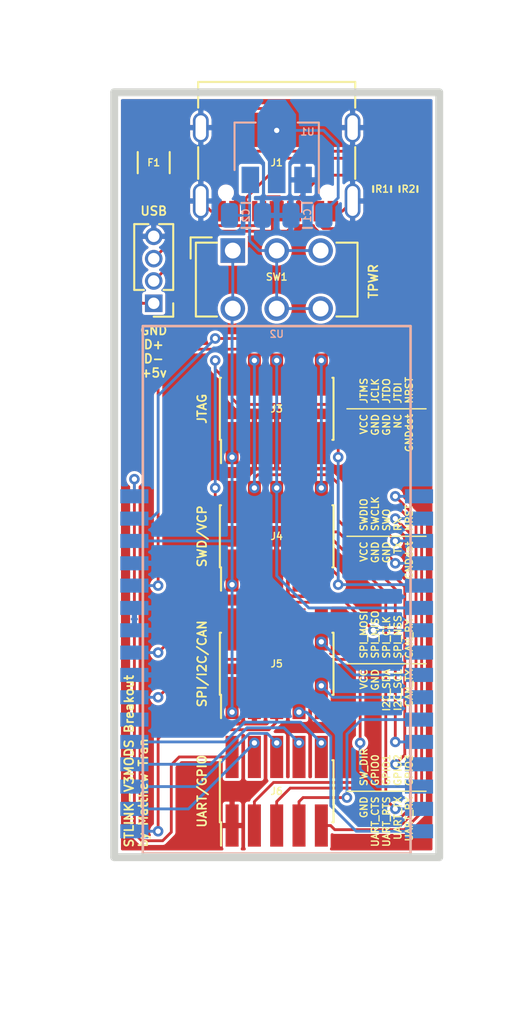
<source format=kicad_pcb>
(kicad_pcb (version 20211014) (generator pcbnew)
  (layers (0 "F.Cu" signal) (31 "B.Cu" signal) (34 "B.Paste" user) (35 "F.Paste" user) (36 "B.SilkS" user "B.Silkscreen") (37 "F.SilkS" user "F.Silkscreen") (38 "B.Mask" user) (39 "F.Mask" user) (44 "Edge.Cuts" user))
  (net 0 "")
  (net 1 "+5V")
  (net 2 "GND")
  (net 3 "+3V3")
  (net 4 "Net-(F1-Pad2)")
  (net 5 "Net-(J1-PadB5)")
  (net 6 "Net-(J1-PadA6)")
  (net 7 "Net-(J1-PadA8)")
  (net 8 "Net-(J1-PadA5)")
  (net 9 "Net-(J1-PadB8)")
  (net 10 "Net-(J1-PadA7)")
  (net 11 "/T_NRST")
  (net 12 "/GNDDetect")
  (net 13 "/T_JTDI")
  (net 14 "Net-(J3-Pad7)")
  (net 15 "/T_JTDO_SWO")
  (net 16 "/T_JCLK_SWCLK")
  (net 17 "/T_JTMS_SWDIO")
  (net 18 "/T_VCC")
  (net 19 "/T_VCP_TX_(RX)")
  (net 20 "/T_VCP_RX_(TX)")
  (net 21 "/B_CAN_RX")
  (net 22 "/B_CAN_TX")
  (net 23 "/B_SPI_NSS")
  (net 24 "/B_I2C_SCL")
  (net 25 "/B_SPI_CLK")
  (net 26 "/B_I2C_SDA")
  (net 27 "/B_SPI_MISO")
  (net 28 "/B_SPI_MOSI")
  (net 29 "/B_GPIO3")
  (net 30 "/B_UART_RX")
  (net 31 "/B_GPIO2")
  (net 32 "/B_UART_TX")
  (net 33 "/B_GPIO1")
  (net 34 "/B_UART_RTS")
  (net 35 "/B_GPIO0")
  (net 36 "/B_UART_CTS")
  (net 37 "/T_SW_DIR")
  (net 38 "Net-(U2-Pad22)")
  (footprint "Connector_PinHeader_1.27mm:PinHeader_2x05_P1.27mm_Vertical_SMD" (layer "F.Cu") (at 150 112.75 90)
    (fp_text reference "J4" (at 0 0 180) (layer "F.SilkS") (effects (font (size 0.4 0.4) (thickness 0.08))))
    (fp_text value "SWD/VCP")
    (pad "1" smd rect locked (at -1.95 -2.54 90) (size 2.4 0.74) (layers "F.Cu" "F.Paste" "F.Mask") (net 18 "/T_VCC"))
    (pad "2" smd rect locked (at 1.95 -2.54 90) (size 2.4 0.74) (layers "F.Cu" "F.Paste" "F.Mask") (net 17 "/T_JTMS_SWDIO"))
    (pad "3" smd rect locked (at -1.95 -1.27 90) (size 2.4 0.74) (layers "F.Cu" "F.Paste" "F.Mask") (net 2 "GND"))
    (pad "4" smd rect locked (at 1.95 -1.27 90) (size 2.4 0.74) (layers "F.Cu" "F.Paste" "F.Mask") (net 16 "/T_JCLK_SWCLK"))
    (pad "5" smd rect locked (at -1.95 0 90) (size 2.4 0.74) (layers "F.Cu" "F.Paste" "F.Mask") (net 2 "GND"))
    (pad "6" smd rect locked (at 1.95 0 90) (size 2.4 0.74) (layers "F.Cu" "F.Paste" "F.Mask") (net 15 "/T_JTDO_SWO"))
    (pad "7" smd rect locked (at -1.95 1.27 90) (size 2.4 0.74) (layers "F.Cu" "F.Paste" "F.Mask") (net 20 "/T_VCP_RX_(TX)"))
    (pad "8" smd rect locked (at 1.95 1.27 90) (size 2.4 0.74) (layers "F.Cu" "F.Paste" "F.Mask") (net 19 "/T_VCP_TX_(RX)"))
    (pad "9" smd rect locked (at -1.95 2.54 90) (size 2.4 0.74) (layers "F.Cu" "F.Paste" "F.Mask") (net 12 "/GNDDetect"))
    (pad "10" smd rect locked (at 1.95 2.54 90) (size 2.4 0.74) (layers "F.Cu" "F.Paste" "F.Mask") (net 11 "/T_NRST"))
  )
  (footprint "Connector_PinHeader_1.27mm:PinHeader_2x05_P1.27mm_Vertical_SMD" (layer "F.Cu") (at 150 127.25 90)
    (fp_text reference "J6" (at 0 0 180) (layer "F.SilkS") (effects (font (size 0.4 0.4) (thickness 0.08))))
    (fp_text value "UART/GPIO")
    (pad "1" smd rect locked (at -1.95 -2.54 90) (size 2.4 0.74) (layers "F.Cu" "F.Paste" "F.Mask") (net 2 "GND"))
    (pad "2" smd rect locked (at 1.95 -2.54 90) (size 2.4 0.74) (layers "F.Cu" "F.Paste" "F.Mask") (net 37 "/T_SW_DIR"))
    (pad "3" smd rect locked (at -1.95 -1.27 90) (size 2.4 0.74) (layers "F.Cu" "F.Paste" "F.Mask") (net 36 "/B_UART_CTS"))
    (pad "4" smd rect locked (at 1.95 -1.27 90) (size 2.4 0.74) (layers "F.Cu" "F.Paste" "F.Mask") (net 35 "/B_GPIO0"))
    (pad "5" smd rect locked (at -1.95 0 90) (size 2.4 0.74) (layers "F.Cu" "F.Paste" "F.Mask") (net 34 "/B_UART_RTS"))
    (pad "6" smd rect locked (at 1.95 0 90) (size 2.4 0.74) (layers "F.Cu" "F.Paste" "F.Mask") (net 33 "/B_GPIO1"))
    (pad "7" smd rect locked (at -1.95 1.27 90) (size 2.4 0.74) (layers "F.Cu" "F.Paste" "F.Mask") (net 32 "/B_UART_TX"))
    (pad "8" smd rect locked (at 1.95 1.27 90) (size 2.4 0.74) (layers "F.Cu" "F.Paste" "F.Mask") (net 31 "/B_GPIO2"))
    (pad "9" smd rect locked (at -1.95 2.54 90) (size 2.4 0.74) (layers "F.Cu" "F.Paste" "F.Mask") (net 30 "/B_UART_RX"))
    (pad "10" smd rect locked (at 1.95 2.54 90) (size 2.4 0.74) (layers "F.Cu" "F.Paste" "F.Mask") (net 29 "/B_GPIO3"))
  )
  (footprint "Connector_PinHeader_1.27mm:PinHeader_2x05_P1.27mm_Vertical_SMD" (layer "F.Cu") (at 150 120 90)
    (fp_text reference "J5" (at 0 0 180) (layer "F.SilkS") (effects (font (size 0.4 0.4) (thickness 0.08))))
    (fp_text value "SPI/I2C/CAN")
    (pad "1" smd rect locked (at -1.95 -2.54 90) (size 2.4 0.74) (layers "F.Cu" "F.Paste" "F.Mask") (net 18 "/T_VCC"))
    (pad "2" smd rect locked (at 1.95 -2.54 90) (size 2.4 0.74) (layers "F.Cu" "F.Paste" "F.Mask") (net 28 "/B_SPI_MOSI"))
    (pad "3" smd rect locked (at -1.95 -1.27 90) (size 2.4 0.74) (layers "F.Cu" "F.Paste" "F.Mask") (net 2 "GND"))
    (pad "4" smd rect locked (at 1.95 -1.27 90) (size 2.4 0.74) (layers "F.Cu" "F.Paste" "F.Mask") (net 27 "/B_SPI_MISO"))
    (pad "5" smd rect locked (at -1.95 0 90) (size 2.4 0.74) (layers "F.Cu" "F.Paste" "F.Mask") (net 26 "/B_I2C_SDA"))
    (pad "6" smd rect locked (at 1.95 0 90) (size 2.4 0.74) (layers "F.Cu" "F.Paste" "F.Mask") (net 25 "/B_SPI_CLK"))
    (pad "7" smd rect locked (at -1.95 1.27 90) (size 2.4 0.74) (layers "F.Cu" "F.Paste" "F.Mask") (net 24 "/B_I2C_SCL"))
    (pad "8" smd rect locked (at 1.95 1.27 90) (size 2.4 0.74) (layers "F.Cu" "F.Paste" "F.Mask") (net 23 "/B_SPI_NSS"))
    (pad "9" smd rect locked (at -1.95 2.54 90) (size 2.4 0.74) (layers "F.Cu" "F.Paste" "F.Mask") (net 22 "/B_CAN_TX"))
    (pad "10" smd rect locked (at 1.95 2.54 90) (size 2.4 0.74) (layers "F.Cu" "F.Paste" "F.Mask") (net 21 "/B_CAN_RX"))
  )
  (footprint "Button_Switch_THT:SW_CuK_JS202011CQN_DPDT_Straight" (layer "F.Cu") (at 147.5 96.5)
    (fp_text reference "SW1" (at 2.5 1.5) (layer "F.SilkS") (effects (font (size 0.4 0.4) (thickness 0.08))))
    (fp_text value "SW_DPDT_x2")
    (pad "1" thru_hole rect locked (at 0 0) (size 1.4 1.4) (drill 0.9) (layers *.Cu *.Mask) (net 18 "/T_VCC"))
    (pad "2" thru_hole circle locked (at 2.5 0) (size 1.4 1.4) (drill 0.9) (layers *.Cu *.Mask) (net 3 "+3V3"))
    (pad "3" thru_hole circle locked (at 5 0) (size 1.4 1.4) (drill 0.9) (layers *.Cu *.Mask) (net 3 "+3V3"))
    (pad "4" thru_hole circle locked (at 0 3.3) (size 1.4 1.4) (drill 0.9) (layers *.Cu *.Mask) (net 18 "/T_VCC"))
    (pad "5" thru_hole circle locked (at 2.5 3.3) (size 1.4 1.4) (drill 0.9) (layers *.Cu *.Mask) (net 3 "+3V3"))
    (pad "6" thru_hole circle locked (at 5 3.3) (size 1.4 1.4) (drill 0.9) (layers *.Cu *.Mask) (net 3 "+3V3"))
  )
  (footprint "Fuse:Fuse_1206_3216Metric" (layer "F.Cu") (at 143 91.5 90)
    (fp_text reference "F1" (at 0 0 180) (layer "F.SilkS") (effects (font (size 0.4 0.4) (thickness 0.08))))
    (fp_text value "500mA")
    (pad "1" smd roundrect locked (at -1.4 0 90) (size 1.25 1.75) (layers "F.Cu" "F.Paste" "F.Mask") (roundrect_rratio 0.2) (net 1 "+5V"))
    (pad "2" smd roundrect locked (at 1.4 0 90) (size 1.25 1.75) (layers "F.Cu" "F.Paste" "F.Mask") (roundrect_rratio 0.2) (net 4 "Net-(F1-Pad2)"))
  )
  (footprint "Resistor_SMD:R_0603_1608Metric" (layer "F.Cu") (at 156 93 90)
    (fp_text reference "R1" (at 0 0) (layer "F.SilkS") (effects (font (size 0.4 0.4) (thickness 0.08))))
    (fp_text value "5.1k")
    (pad "1" smd roundrect locked (at -0.7875 0 90) (size 0.875 0.95) (layers "F.Cu" "F.Paste" "F.Mask") (net 2 "GND"))
    (pad "2" smd roundrect locked (at 0.7875 0 90) (size 0.875 0.95) (layers "F.Cu" "F.Paste" "F.Mask") (net 8 "Net-(J1-PadA5)"))
  )
  (footprint "Resistor_SMD:R_0603_1608Metric" (layer "F.Cu") (at 157.5 93 90)
    (fp_text reference "R2" (at 0 0 180) (layer "F.SilkS") (effects (font (size 0.4 0.4) (thickness 0.08))))
    (fp_text value "5.1k")
    (pad "1" smd roundrect locked (at -0.7875 0 90) (size 0.875 0.95) (layers "F.Cu" "F.Paste" "F.Mask") (net 2 "GND"))
    (pad "2" smd roundrect locked (at 0.7875 0 90) (size 0.875 0.95) (layers "F.Cu" "F.Paste" "F.Mask") (net 5 "Net-(J1-PadB5)"))
  )
  (footprint "Connector_PinHeader_1.27mm:PinHeader_2x05_P1.27mm_Vertical_SMD" (layer "F.Cu") (at 150 105.5 90)
    (fp_text reference "J3" (at 0 0 180) (layer "F.SilkS") (effects (font (size 0.4 0.4) (thickness 0.08))))
    (fp_text value "JTAG")
    (pad "1" smd rect locked (at -1.95 -2.54 90) (size 2.4 0.74) (layers "F.Cu" "F.Paste" "F.Mask") (net 18 "/T_VCC"))
    (pad "2" smd rect locked (at 1.95 -2.54 90) (size 2.4 0.74) (layers "F.Cu" "F.Paste" "F.Mask") (net 17 "/T_JTMS_SWDIO"))
    (pad "3" smd rect locked (at -1.95 -1.27 90) (size 2.4 0.74) (layers "F.Cu" "F.Paste" "F.Mask") (net 2 "GND"))
    (pad "4" smd rect locked (at 1.95 -1.27 90) (size 2.4 0.74) (layers "F.Cu" "F.Paste" "F.Mask") (net 16 "/T_JCLK_SWCLK"))
    (pad "5" smd rect locked (at -1.95 0 90) (size 2.4 0.74) (layers "F.Cu" "F.Paste" "F.Mask") (net 2 "GND"))
    (pad "6" smd rect locked (at 1.95 0 90) (size 2.4 0.74) (layers "F.Cu" "F.Paste" "F.Mask") (net 15 "/T_JTDO_SWO"))
    (pad "7" smd rect locked (at -1.95 1.27 90) (size 2.4 0.74) (layers "F.Cu" "F.Paste" "F.Mask") (net 14 "Net-(J3-Pad7)"))
    (pad "8" smd rect locked (at 1.95 1.27 90) (size 2.4 0.74) (layers "F.Cu" "F.Paste" "F.Mask") (net 13 "/T_JTDI"))
    (pad "9" smd rect locked (at -1.95 2.54 90) (size 2.4 0.74) (layers "F.Cu" "F.Paste" "F.Mask") (net 12 "/GNDDetect"))
    (pad "10" smd rect locked (at 1.95 2.54 90) (size 2.4 0.74) (layers "F.Cu" "F.Paste" "F.Mask") (net 11 "/T_NRST"))
  )
  (footprint "Connector_PinHeader_1.27mm:PinHeader_1x04_P1.27mm_Vertical" (layer "F.Cu") (at 143 99.5 180)
    (fp_text reference "USB" (at 0 5.25) (layer "F.SilkS") (effects (font (size 0.5 0.5) (thickness 0.1))))
    (fp_text value "USB")
    (pad "1" thru_hole rect locked (at 0 0 180) (size 1 1) (drill 0.65) (layers *.Cu *.Mask) (net 1 "+5V"))
    (pad "2" thru_hole oval locked (at 0 1.27 180) (size 1 1) (drill 0.65) (layers *.Cu *.Mask) (net 10 "Net-(J1-PadA7)"))
    (pad "3" thru_hole oval locked (at 0 2.54 180) (size 1 1) (drill 0.65) (layers *.Cu *.Mask) (net 6 "Net-(J1-PadA6)"))
    (pad "4" thru_hole oval locked (at 0 3.81 180) (size 1 1) (drill 0.65) (layers *.Cu *.Mask) (net 2 "GND"))
  )
  (footprint "Connector_USB:USB_C_Receptacle_Palconn_UTC16-G" (layer "F.Cu") (at 150 91.75 180)
    (fp_text reference "J1" (at 0 0.25) (layer "F.SilkS") (effects (font (size 0.4 0.4) (thickness 0.08))))
    (fp_text value "USB_C_Receptacle")
    (pad "" np_thru_hole circle locked (at -2.89 -1.45) (size 0.6 0.6) (drill 0.6) (layers *.Cu *.Mask))
    (pad "" np_thru_hole circle locked (at 2.89 -1.45) (size 0.6 0.6) (drill 0.6) (layers *.Cu *.Mask))
    (pad "A1" smd rect locked (at -3.2 -2.51 180) (size 0.6 1.16) (layers "F.Cu" "F.Paste" "F.Mask") (net 2 "GND"))
    (pad "A4" smd rect locked (at -2.4 -2.51 180) (size 0.6 1.16) (layers "F.Cu" "F.Paste" "F.Mask") (net 4 "Net-(F1-Pad2)"))
    (pad "A5" smd rect locked (at -1.25 -2.51) (size 0.3 1.16) (layers "F.Cu" "F.Paste" "F.Mask") (net 8 "Net-(J1-PadA5)"))
    (pad "A6" smd rect locked (at -0.25 -2.51) (size 0.3 1.16) (layers "F.Cu" "F.Paste" "F.Mask") (net 6 "Net-(J1-PadA6)"))
    (pad "A7" smd rect locked (at 0.25 -2.51) (size 0.3 1.16) (layers "F.Cu" "F.Paste" "F.Mask") (net 10 "Net-(J1-PadA7)"))
    (pad "A8" smd rect locked (at 1.25 -2.51) (size 0.3 1.16) (layers "F.Cu" "F.Paste" "F.Mask") (net 7 "Net-(J1-PadA8)"))
    (pad "A9" smd rect locked (at 2.4 -2.51 180) (size 0.6 1.16) (layers "F.Cu" "F.Paste" "F.Mask") (net 4 "Net-(F1-Pad2)"))
    (pad "A12" smd rect locked (at 3.2 -2.51 180) (size 0.6 1.16) (layers "F.Cu" "F.Paste" "F.Mask") (net 2 "GND"))
    (pad "B1" smd rect locked (at 3.2 -2.51 180) (size 0.6 1.16) (layers "F.Cu" "F.Paste" "F.Mask") (net 2 "GND"))
    (pad "B4" smd rect locked (at 2.4 -2.51 180) (size 0.6 1.16) (layers "F.Cu" "F.Paste" "F.Mask") (net 4 "Net-(F1-Pad2)"))
    (pad "B5" smd rect locked (at 1.75 -2.51) (size 0.3 1.16) (layers "F.Cu" "F.Paste" "F.Mask") (net 5 "Net-(J1-PadB5)"))
    (pad "B6" smd rect locked (at 0.75 -2.51) (size 0.3 1.16) (layers "F.Cu" "F.Paste" "F.Mask") (net 6 "Net-(J1-PadA6)"))
    (pad "B7" smd rect locked (at -0.75 -2.51) (size 0.3 1.16) (layers "F.Cu" "F.Paste" "F.Mask") (net 10 "Net-(J1-PadA7)"))
    (pad "B8" smd rect locked (at -1.75 -2.51) (size 0.3 1.16) (layers "F.Cu" "F.Paste" "F.Mask") (net 9 "Net-(J1-PadB8)"))
    (pad "B9" smd rect locked (at -2.4 -2.51 180) (size 0.6 1.16) (layers "F.Cu" "F.Paste" "F.Mask") (net 4 "Net-(F1-Pad2)"))
    (pad "B12" smd rect locked (at -3.2 -2.51 180) (size 0.6 1.16) (layers "F.Cu" "F.Paste" "F.Mask") (net 2 "GND"))
    (pad "S1" thru_hole oval locked (at -4.32 -1.93 270) (size 2 0.9) (drill oval 1.7 0.6) (layers *.Cu *.Mask) (net 2 "GND"))
    (pad "S1" thru_hole oval locked (at 4.32 -1.93 270) (size 2 0.9) (drill oval 1.7 0.6) (layers *.Cu *.Mask) (net 2 "GND"))
    (pad "S1" thru_hole oval locked (at -4.32 2.24 270) (size 1.7 0.9) (drill oval 1.4 0.6) (layers *.Cu *.Mask) (net 2 "GND"))
    (pad "S1" thru_hole oval locked (at 4.32 2.24 270) (size 1.7 0.9) (drill oval 1.4 0.6) (layers *.Cu *.Mask) (net 2 "GND"))
  )
  (footprint "stlinkv3mods:STLINK-V3MODS" (layer "B.Cu") (at 150 120 180)
    (fp_text reference "U2" (at 0 18.75) (layer "B.SilkS") (effects (font (size 0.4 0.4) (thickness 0.08)) (justify mirror)))
    (fp_text value "STLINK-V3MODS")
    (pad "1" smd rect locked (at -8.1 9.525 270) (size 0.8 1.6) (layers "B.Cu" "B.Paste" "B.Mask") (net 30 "/B_UART_RX"))
    (pad "2" smd rect locked (at -8.1 8.255 270) (size 0.8 1.6) (layers "B.Cu" "B.Paste" "B.Mask") (net 36 "/B_UART_CTS"))
    (pad "3" smd rect locked (at -8.1 6.985 270) (size 0.8 1.6) (layers "B.Cu" "B.Paste" "B.Mask") (net 34 "/B_UART_RTS"))
    (pad "4" smd rect locked (at -8.1 5.715 270) (size 0.8 1.6) (layers "B.Cu" "B.Paste" "B.Mask") (net 17 "/T_JTMS_SWDIO"))
    (pad "5" smd rect locked (at -8.1 4.445 270) (size 0.8 1.6) (layers "B.Cu" "B.Paste" "B.Mask") (net 12 "/GNDDetect"))
    (pad "6" smd rect locked (at -8.1 3.175 270) (size 0.8 1.6) (layers "B.Cu" "B.Paste" "B.Mask") (net 15 "/T_JTDO_SWO"))
    (pad "7" smd rect locked (at -8.1 1.905 270) (size 0.8 1.6) (layers "B.Cu" "B.Paste" "B.Mask") (net 25 "/B_SPI_CLK"))
    (pad "8" smd rect locked (at -8.1 0.635 270) (size 0.8 1.6) (layers "B.Cu" "B.Paste" "B.Mask") (net 2 "GND"))
    (pad "9" smd rect locked (at -8.1 -0.635 270) (size 0.8 1.6) (layers "B.Cu" "B.Paste" "B.Mask") (net 21 "/B_CAN_RX"))
    (pad "10" smd rect locked (at -8.1 -1.905 270) (size 0.8 1.6) (layers "B.Cu" "B.Paste" "B.Mask") (net 22 "/B_CAN_TX"))
    (pad "11" smd rect locked (at -8.1 -3.175 270) (size 0.8 1.6) (layers "B.Cu" "B.Paste" "B.Mask") (net 32 "/B_UART_TX"))
    (pad "12" smd rect locked (at -8.1 -4.445 270) (size 0.8 1.6) (layers "B.Cu" "B.Paste" "B.Mask") (net 19 "/T_VCP_TX_(RX)"))
    (pad "13" smd rect locked (at -8.1 -5.715 270) (size 0.8 1.6) (layers "B.Cu" "B.Paste" "B.Mask") (net 16 "/T_JCLK_SWCLK"))
    (pad "14" smd rect locked (at -8.1 -6.985 270) (size 0.8 1.6) (layers "B.Cu" "B.Paste" "B.Mask") (net 23 "/B_SPI_NSS"))
    (pad "15" smd rect locked (at -8.1 -8.255 270) (size 0.8 1.6) (layers "B.Cu" "B.Paste" "B.Mask") (net 20 "/T_VCP_RX_(TX)"))
    (pad "16" smd rect locked (at -8.1 -9.525 270) (size 0.8 1.6) (layers "B.Cu" "B.Paste" "B.Mask") (net 24 "/B_I2C_SCL"))
    (pad "17" smd rect locked (at 8.1 -9.525 270) (size 0.8 1.6) (layers "B.Cu" "B.Paste" "B.Mask") (net 26 "/B_I2C_SDA"))
    (pad "18" smd rect locked (at 8.1 -8.255 270) (size 0.8 1.6) (layers "B.Cu" "B.Paste" "B.Mask") (net 35 "/B_GPIO0"))
    (pad "19" smd rect locked (at 8.1 -6.985 270) (size 0.8 1.6) (layers "B.Cu" "B.Paste" "B.Mask") (net 33 "/B_GPIO1"))
    (pad "20" smd rect locked (at 8.1 -5.715 270) (size 0.8 1.6) (layers "B.Cu" "B.Paste" "B.Mask") (net 31 "/B_GPIO2"))
    (pad "21" smd rect locked (at 8.1 -4.445 270) (size 0.8 1.6) (layers "B.Cu" "B.Paste" "B.Mask") (net 29 "/B_GPIO3"))
    (pad "22" smd rect locked (at 8.1 -3.175 270) (size 0.8 1.6) (layers "B.Cu" "B.Paste" "B.Mask") (net 38 "Net-(U2-Pad22)"))
    (pad "23" smd rect locked (at 8.1 -1.905 270) (size 0.8 1.6) (layers "B.Cu" "B.Paste" "B.Mask") (net 27 "/B_SPI_MISO"))
    (pad "24" smd rect locked (at 8.1 -0.635 270) (size 0.8 1.6) (layers "B.Cu" "B.Paste" "B.Mask") (net 2 "GND"))
    (pad "25" smd rect locked (at 8.1 0.635 270) (size 0.8 1.6) (layers "B.Cu" "B.Paste" "B.Mask") (net 28 "/B_SPI_MOSI"))
    (pad "26" smd rect locked (at 8.1 1.905 270) (size 0.8 1.6) (layers "B.Cu" "B.Paste" "B.Mask") (net 2 "GND"))
    (pad "27" smd rect locked (at 8.1 3.175 270) (size 0.8 1.6) (layers "B.Cu" "B.Paste" "B.Mask") (net 2 "GND"))
    (pad "28" smd rect locked (at 8.1 4.445 270) (size 0.8 1.6) (layers "B.Cu" "B.Paste" "B.Mask") (net 13 "/T_JTDI"))
    (pad "29" smd rect locked (at 8.1 5.715 270) (size 0.8 1.6) (layers "B.Cu" "B.Paste" "B.Mask") (net 2 "GND"))
    (pad "30" smd rect locked (at 8.1 6.985 270) (size 0.8 1.6) (layers "B.Cu" "B.Paste" "B.Mask") (net 18 "/T_VCC"))
    (pad "31" smd rect locked (at 8.1 8.255 270) (size 0.8 1.6) (layers "B.Cu" "B.Paste" "B.Mask") (net 11 "/T_NRST"))
    (pad "32" smd rect locked (at 8.1 9.525 270) (size 0.8 1.6) (layers "B.Cu" "B.Paste" "B.Mask") (net 37 "/T_SW_DIR"))
  )
  (footprint "Capacitor_SMD:C_0805_2012Metric" (layer "B.Cu") (at 151.75 94.5)
    (fp_text reference "C1" (at 0 0 90) (layer "B.SilkS") (effects (font (size 0.4 0.4) (thickness 0.08)) (justify mirror)))
    (fp_text value "10u")
    (pad "1" smd roundrect locked (at -0.9375 0) (size 0.975 1.4) (layers "B.Cu" "B.Paste" "B.Mask") (net 2 "GND"))
    (pad "2" smd roundrect locked (at 0.9375 0) (size 0.975 1.4) (layers "B.Cu" "B.Paste" "B.Mask") (net 1 "+5V"))
  )
  (footprint "Package_TO_SOT_SMD:SOT-89-3" (layer "B.Cu") (at 150 91 90)
    (fp_text reference "U1" (at 1.25 1.75 180) (layer "B.SilkS") (effects (font (size 0.4 0.4) (thickness 0.08)) (justify mirror)))
    (fp_text value "AZ1117CR2-3.3")
    (pad "1" smd rect locked (at -1.48 1.5 180) (size 1 1.5) (layers "B.Cu" "B.Paste" "B.Mask") (net 2 "GND"))
    (pad "2" smd trapezoid locked (at -0.0762 0) (size 1.5 1) (rect_delta 0 -0.7) (layers "B.Cu" "B.Paste" "B.Mask") (net 1 "+5V"))
    (pad "2" smd trapezoid locked (at 2.667 0 180) (size 1.6 0.85) (rect_delta 0 -0.6) (layers "B.Cu" "B.Paste" "B.Mask") (net 1 "+5V"))
    (pad "2" smd rect locked (at -1.3335 0 180) (size 1 1.8) (layers "B.Cu" "B.Paste" "B.Mask") (net 1 "+5V"))
    (pad "2" smd rect locked (at 1.3335 0 180) (size 2.2 1.84) (layers "B.Cu" "B.Paste" "B.Mask") (net 1 "+5V"))
    (pad "3" smd rect locked (at -1.48 -1.5 180) (size 1 1.5) (layers "B.Cu" "B.Paste" "B.Mask") (net 3 "+3V3"))
  )
  (footprint "Capacitor_SMD:C_0805_2012Metric" (layer "B.Cu") (at 148.25 94.5)
    (fp_text reference "C2" (at 0 0 90) (layer "B.SilkS") (effects (font (size 0.4 0.4) (thickness 0.08)) (justify mirror)))
    (fp_text value "10u")
    (pad "1" smd roundrect locked (at -0.9375 0) (size 0.975 1.4) (layers "B.Cu" "B.Paste" "B.Mask") (net 3 "+3V3"))
    (pad "2" smd roundrect locked (at 0.9375 0) (size 0.975 1.4) (layers "B.Cu" "B.Paste" "B.Mask") (net 2 "GND"))
  )
  (gr_line (start 154 127.25) (end 158.5 127.25) (layer "F.SilkS") (width 0.08))
  (gr_line (start 154 120) (end 158.5 120) (layer "F.SilkS") (width 0.08))
  (gr_line (start 154 105.5) (end 158.5 105.5) (layer "F.SilkS") (width 0.08))
  (gr_line (start 154 112.75) (end 158.5 112.75) (layer "F.SilkS") (width 0.08))
  (gr_line (start 159.25 131) (end 140.75 131) (layer "Edge.Cuts") (width 0.45))
  (gr_line (start 140.75 131) (end 140.75 87.5) (layer "Edge.Cuts") (width 0.45))
  (gr_line (start 140.75 87.5) (end 159.25 87.5) (layer "Edge.Cuts") (width 0.45))
  (gr_line (start 159.25 87.5) (end 159.25 131) (layer "Edge.Cuts") (width 0.45))
  (gr_text "TPWR" (at 155.5 98.25 90) (layer "F.SilkS") (effects (font (size 0.5 0.5) (thickness 0.1))))
  (gr_text "GND\nD+\nD-\n+5v" (at 143 102.25) (layer "F.SilkS") (effects (font (size 0.5 0.5) (thickness 0.1))))
  (gr_text "VCC\nGND\nGND\nNC\nGNDdet" (at 156.25 105.75 90) (layer "F.SilkS") (effects (font (size 0.4 0.4) (thickness 0.08)) (justify right)))
  (gr_text "JTMS\nJCLK\nJTDO\nJTDI\nNRST" (at 156.25 105.25 90) (layer "F.SilkS") (effects (font (size 0.4 0.4) (thickness 0.08)) (justify left)))
  (gr_text "SPI_MOSI\nSPI_MISO\nSPI_CLK\nSPI_NSS\nCAN_RX\n" (at 156.25 119.75 90) (layer "F.SilkS") (effects (font (size 0.4 0.4) (thickness 0.08)) (justify left)))
  (gr_text "GND\nUART_CTS\nUART_RTS\nUART_TX\nUART_RX" (at 156.25 127.5 90) (layer "F.SilkS") (effects (font (size 0.4 0.4) (thickness 0.08)) (justify right)))
  (gr_text "SW_DIR\nGPIO0\nGPIO1\nGPIO2\nGPIO3" (at 156.25 127 90) (layer "F.SilkS") (effects (font (size 0.4 0.4) (thickness 0.08)) (justify left)))
  (gr_text "STLINK-V3MODS Breakout\nby Matthew Tran\n" (at 142 130.5 90) (layer "F.SilkS") (effects (font (size 0.5 0.5) (thickness 0.1)) (justify left)))
  (gr_text "JTAG" (at 145.75 105.5 90) (layer "F.SilkS") (effects (font (size 0.5 0.5) (thickness 0.1))))
  (gr_text "UART/GPIO" (at 145.75 127.25 90) (layer "F.SilkS") (effects (font (size 0.5 0.5) (thickness 0.1))))
  (gr_text "SWDIO\nSWCLK\nSWO\nRX\nNRST" (at 156.25 112.5 90) (layer "F.SilkS") (effects (font (size 0.4 0.4) (thickness 0.08)) (justify left)))
  (gr_text "SPI/I2C/CAN" (at 145.75 120 90) (layer "F.SilkS") (effects (font (size 0.5 0.5) (thickness 0.1))))
  (gr_text "VCC\nGND\nGND\nTX\nGNDdet" (at 156.25 113 90) (layer "F.SilkS") (effects (font (size 0.4 0.4) (thickness 0.08)) (justify right)))
  (gr_text "VCC\nGND\nI2C_SDA\nI2C_SCL\nCAN_TX" (at 156.25 120.25 90) (layer "F.SilkS") (effects (font (size 0.4 0.4) (thickness 0.08)) (justify right)))
  (gr_text "SWD/VCP" (at 145.75 112.75 90) (layer "F.SilkS") (effects (font (size 0.5 0.5) (thickness 0.1))))
  (segment (start 141.75 92.95) (end 141.75 98.91) (width 0.16) (layer "F.Cu") (net 1))
  (segment (start 150 89) (end 149.41999 88.41999) (width 0.16) (layer "F.Cu") (net 1))
  (segment (start 149.41999 88.41999) (end 142.58001 88.41999) (width 0.16) (layer "F.Cu") (net 1))
  (segment (start 141.75 89.25) (end 141.75 92.95) (width 0.16) (layer "F.Cu") (net 1))
  (segment (start 142.34 99.5) (end 143 99.5) (width 0.16) (layer "F.Cu") (net 1))
  (segment (start 141.75 92.95) (end 141.8 92.9) (width 0.16) (layer "F.Cu") (net 1))
  (segment (start 141.8 92.9) (end 143 92.9) (width 0.16) (layer "F.Cu") (net 1))
  (segment (start 150 89.6665) (end 150 89) (width 0.16) (layer "F.Cu") (net 1))
  (segment (start 141.75 98.91) (end 142.34 99.5) (width 0.16) (layer "F.Cu") (net 1))
  (segment (start 142.58001 88.41999) (end 141.75 89.25) (width 0.16) (layer "F.Cu") (net 1))
  (via (at 150 89.6665) (size 0.6) (drill 0.3) (layers "F.Cu" "B.Cu") (net 1))
  (segment (start 150 89.6665) (end 150 89.6665) (width 0.16) (layer "B.Cu") (net 1))
  (segment (start 153.5 90.5) (end 152.6665 89.6665) (width 0.16) (layer "B.Cu") (net 1))
  (segment (start 152.6875 94.5) (end 152.6875 94.3125) (width 0.16) (layer "B.Cu") (net 1))
  (segment (start 152.6665 89.6665) (end 150 89.6665) (width 0.16) (layer "B.Cu") (net 1))
  (segment (start 150 88.333) (end 150 89.6665) (width 0.16) (layer "B.Cu") (net 1))
  (segment (start 150 92.3335) (end 150 89.6665) (width 0.16) (layer "B.Cu") (net 1))
  (segment (start 152.6875 94.3125) (end 153.5 93.5) (width 0.16) (layer "B.Cu") (net 1))
  (segment (start 153.5 93.5) (end 153.5 90.5) (width 0.16) (layer "B.Cu") (net 1))
  (segment (start 146.8 94.26) (end 146.26 94.26) (width 0.16) (layer "F.Cu") (net 2))
  (segment (start 146.26 94.26) (end 145.68 93.68) (width 0.16) (layer "F.Cu") (net 2))
  (segment (start 153.2 94.26) (end 153.74 94.26) (width 0.16) (layer "F.Cu") (net 2))
  (segment (start 153.74 94.26) (end 154.32 93.68) (width 0.16) (layer "F.Cu") (net 2))
  (segment (start 148.5 92.48) (end 148.5 92.75) (width 0.16) (layer "B.Cu") (net 3))
  (segment (start 150.989949 96.5) (end 152.5 96.5) (width 0.16) (layer "B.Cu") (net 3))
  (segment (start 148.45999 94.54001) (end 148.41998 94.5) (width 0.16) (layer "B.Cu") (net 3))
  (segment (start 148.45999 92.79001) (end 148.45999 94.54001) (width 0.16) (layer "B.Cu") (net 3))
  (segment (start 150.989949 99.8) (end 152.5 99.8) (width 0.16) (layer "B.Cu") (net 3))
  (segment (start 148.41998 94.5) (end 147.3125 94.5) (width 0.16) (layer "B.Cu") (net 3))
  (segment (start 150 99.8) (end 150.989949 99.8) (width 0.16) (layer "B.Cu") (net 3))
  (segment (start 148.45999 95.949939) (end 149.010051 96.5) (width 0.16) (layer "B.Cu") (net 3))
  (segment (start 149.010051 96.5) (end 150 96.5) (width 0.16) (layer "B.Cu") (net 3))
  (segment (start 148.45999 94.54001) (end 148.45999 95.949939) (width 0.16) (layer "B.Cu") (net 3))
  (segment (start 150 96.5) (end 150.989949 96.5) (width 0.16) (layer "B.Cu") (net 3))
  (segment (start 148.5 92.75) (end 148.45999 92.79001) (width 0.16) (layer "B.Cu") (net 3))
  (segment (start 150 96.5) (end 150 99.8) (width 0.16) (layer "B.Cu") (net 3))
  (segment (start 157.302562 90.85) (end 158.21501 91.762448) (width 0.16) (layer "F.Cu") (net 4))
  (segment (start 147.65 90.85) (end 147.65 94) (width 0.16) (layer "F.Cu") (net 4))
  (segment (start 143.35 90.1) (end 144.1 90.85) (width 0.16) (layer "F.Cu") (net 4))
  (segment (start 158.21501 94.53499) (end 157.5 95.25) (width 0.16) (layer "F.Cu") (net 4))
  (segment (start 152.4 95) (end 152.4 94.26) (width 0.16) (layer "F.Cu") (net 4))
  (segment (start 158.21501 91.762448) (end 158.21501 94.53499) (width 0.16) (layer "F.Cu") (net 4))
  (segment (start 152.65 95.25) (end 152.4 95) (width 0.16) (layer "F.Cu") (net 4))
  (segment (start 157.5 95.25) (end 152.65 95.25) (width 0.16) (layer "F.Cu") (net 4))
  (segment (start 143 90.1) (end 143.35 90.1) (width 0.16) (layer "F.Cu") (net 4))
  (segment (start 147.65 90.85) (end 157.302562 90.85) (width 0.16) (layer "F.Cu") (net 4))
  (segment (start 144.1 90.85) (end 147.65 90.85) (width 0.16) (layer "F.Cu") (net 4))
  (segment (start 157.5 91.5) (end 157.5 92.2125) (width 0.16) (layer "F.Cu") (net 5))
  (segment (start 148.25 94.26) (end 148.25 93.52) (width 0.16) (layer "F.Cu") (net 5))
  (segment (start 150.52 91.25) (end 157.25 91.25) (width 0.16) (layer "F.Cu") (net 5))
  (segment (start 157.25 91.25) (end 157.5 91.5) (width 0.16) (layer "F.Cu") (net 5))
  (segment (start 148.25 93.52) (end 150.52 91.25) (width 0.16) (layer "F.Cu") (net 5))
  (segment (start 149.25 94.26) (end 149.25 95) (width 0.16) (layer "F.Cu") (net 6))
  (segment (start 149.169999 95.080001) (end 144.879999 95.080001) (width 0.16) (layer "F.Cu") (net 6))
  (segment (start 149.25 95) (end 149.169999 95.080001) (width 0.16) (layer "F.Cu") (net 6))
  (segment (start 149.25 94.26) (end 149.25 93.52) (width 0.16) (layer "F.Cu") (net 6))
  (segment (start 149.25 93.52) (end 149.330001 93.439999) (width 0.16) (layer "F.Cu") (net 6))
  (segment (start 143.04 96.96) (end 143 96.96) (width 0.16) (layer "F.Cu") (net 6))
  (segment (start 150.169999 93.439999) (end 150.25 93.52) (width 0.16) (layer "F.Cu") (net 6))
  (segment (start 144.879999 95.080001) (end 143 96.96) (width 0.16) (layer "F.Cu") (net 6))
  (segment (start 150.25 93.52) (end 150.25 94.26) (width 0.16) (layer "F.Cu") (net 6))
  (segment (start 149.330001 93.439999) (end 150.169999 93.439999) (width 0.16) (layer "F.Cu") (net 6))
  (segment (start 155.525 92.2125) (end 156 92.2125) (width 0.16) (layer "F.Cu") (net 8))
  (segment (start 152.5575 92.2125) (end 155.525 92.2125) (width 0.16) (layer "F.Cu") (net 8))
  (segment (start 151.25 93.52) (end 152.5575 92.2125) (width 0.16) (layer "F.Cu") (net 8))
  (segment (start 151.25 94.26) (end 151.25 93.52) (width 0.16) (layer "F.Cu") (net 8))
  (segment (start 150.75 95.25) (end 150.75 94.26) (width 0.16) (layer "F.Cu") (net 10))
  (segment (start 143 98.23) (end 143.27 98.23) (width 0.16) (layer "F.Cu") (net 10))
  (segment (start 149.75001 95.40001) (end 149.75 95.4) (width 0.16) (layer "F.Cu") (net 10))
  (segment (start 150.59999 95.40001) (end 150.75 95.25) (width 0.16) (layer "F.Cu") (net 10))
  (segment (start 145.82999 95.40001) (end 149.75001 95.40001) (width 0.16) (layer "F.Cu") (net 10))
  (segment (start 149.75001 95.40001) (end 150.59999 95.40001) (width 0.16) (layer "F.Cu") (net 10))
  (segment (start 143 98.23) (end 145.82999 95.40001) (width 0.16) (layer "F.Cu") (net 10))
  (segment (start 149.75 95.4) (end 149.75 94.26) (width 0.16) (layer "F.Cu") (net 10))
  (segment (start 151.25 101.5) (end 152.54 102.79) (width 0.16) (layer "F.Cu") (net 11))
  (segment (start 146.5 101.5) (end 151.25 101.5) (width 0.16) (layer "F.Cu") (net 11))
  (segment (start 152.54 102.79) (end 152.54 103.55) (width 0.16) (layer "F.Cu") (net 11))
  (via (at 146.5 101.5) (size 0.6) (drill 0.3) (layers "F.Cu" "B.Cu") (net 11))
  (via (at 152.54 102.75) (size 0.6) (drill 0.3) (layers "F.Cu" "B.Cu") (net 11))
  (via (at 152.54 110) (size 0.6) (drill 0.3) (layers "F.Cu" "B.Cu") (net 11))
  (segment (start 142.86 111.745) (end 143.25 111.355) (width 0.16) (layer "B.Cu") (net 11))
  (segment (start 152.54 102.75) (end 152.54 110) (width 0.16) (layer "B.Cu") (net 11))
  (segment (start 143.25 104.75) (end 146.5 101.5) (width 0.16) (layer "B.Cu") (net 11))
  (segment (start 143.25 111.355) (end 143.25 104.75) (width 0.16) (layer "B.Cu") (net 11))
  (segment (start 141.9 111.745) (end 142.86 111.745) (width 0.16) (layer "B.Cu") (net 11))
  (segment (start 152.54 107.45) (end 153.2 107.45) (width 0.16) (layer "F.Cu") (net 12))
  (segment (start 153.5 115) (end 153.5 115.5) (width 0.16) (layer "F.Cu") (net 12))
  (segment (start 153.5 107.75) (end 153.5 108.25) (width 0.16) (layer "F.Cu") (net 12))
  (segment (start 153.2 114.7) (end 153.5 115) (width 0.16) (layer "F.Cu") (net 12))
  (segment (start 152.54 114.7) (end 153.2 114.7) (width 0.16) (layer "F.Cu") (net 12))
  (segment (start 153.2 107.45) (end 153.5 107.75) (width 0.16) (layer "F.Cu") (net 12))
  (via (at 153.5 108.25) (size 0.6) (drill 0.3) (layers "F.Cu" "B.Cu") (net 12))
  (via (at 153.5 115.5) (size 0.6) (drill 0.3) (layers "F.Cu" "B.Cu") (net 12))
  (segment (start 153.5 115.5) (end 158.045 115.5) (width 0.16) (layer "B.Cu") (net 12))
  (segment (start 153.5 108.25) (end 153.5 115.5) (width 0.16) (layer "B.Cu") (net 12))
  (segment (start 158.045 115.5) (end 158.1 115.555) (width 0.16) (layer "B.Cu") (net 12))
  (segment (start 144.140001 102.109999) (end 143.25 103) (width 0.16) (layer "F.Cu") (net 13))
  (segment (start 143.25 115.130736) (end 143.25 115.555) (width 0.16) (layer "F.Cu") (net 13))
  (segment (start 143.25 103) (end 143.25 115.130736) (width 0.16) (layer "F.Cu") (net 13))
  (segment (start 151.27 103.55) (end 151.27 102.72) (width 0.16) (layer "F.Cu") (net 13))
  (segment (start 150.659999 102.109999) (end 144.140001 102.109999) (width 0.16) (layer "F.Cu") (net 13))
  (segment (start 151.27 102.72) (end 150.659999 102.109999) (width 0.16) (layer "F.Cu") (net 13))
  (via (at 143.25 115.555) (size 0.6) (drill 0.3) (layers "F.Cu" "B.Cu") (net 13))
  (segment (start 141.9 115.555) (end 143.195 115.555) (width 0.16) (layer "B.Cu") (net 13))
  (segment (start 143.195 115.555) (end 143.25 115.5) (width 0.16) (layer "B.Cu") (net 13))
  (via (at 150 102.75) (size 0.6) (drill 0.3) (layers "F.Cu" "B.Cu") (net 15))
  (via (at 150 110) (size 0.6) (drill 0.3) (layers "F.Cu" "B.Cu") (net 15))
  (segment (start 150 115) (end 151.825 116.825) (width 0.16) (layer "B.Cu") (net 15))
  (segment (start 151.825 116.825) (end 157.14 116.825) (width 0.16) (layer "B.Cu") (net 15))
  (segment (start 150 110) (end 150 115) (width 0.16) (layer "B.Cu") (net 15))
  (segment (start 150 102.75) (end 150 110) (width 0.16) (layer "B.Cu") (net 15))
  (segment (start 157.14 116.825) (end 158.1 116.825) (width 0.16) (layer "B.Cu") (net 15))
  (segment (start 148.73 109.44) (end 148.73 110.8) (width 0.16) (layer "F.Cu") (net 16))
  (segment (start 157.290001 115.624203) (end 153.5 111.834202) (width 0.16) (layer "F.Cu") (net 16))
  (segment (start 148.92 109.25) (end 148.73 109.44) (width 0.16) (layer "F.Cu") (net 16))
  (segment (start 153.5 109.757998) (end 152.992002 109.25) (width 0.16) (layer "F.Cu") (net 16))
  (segment (start 157.290001 125.174999) (end 157.290001 115.624203) (width 0.16) (layer "F.Cu") (net 16))
  (segment (start 153.5 111.834202) (end 153.5 109.757998) (width 0.16) (layer "F.Cu") (net 16))
  (segment (start 152.992002 109.25) (end 148.92 109.25) (width 0.16) (layer "F.Cu") (net 16))
  (segment (start 156.75 125.715) (end 157.290001 125.174999) (width 0.16) (layer "F.Cu") (net 16))
  (via (at 148.73 110) (size 0.6) (drill 0.3) (layers "F.Cu" "B.Cu") (net 16))
  (via (at 156.75 125.715) (size 0.6) (drill 0.3) (layers "F.Cu" "B.Cu") (net 16))
  (via (at 148.73 102.75) (size 0.6) (drill 0.3) (layers "F.Cu" "B.Cu") (net 16))
  (segment (start 156.785 125.715) (end 156.75 125.75) (width 0.16) (layer "B.Cu") (net 16))
  (segment (start 148.73 102.75) (end 148.73 110) (width 0.16) (layer "B.Cu") (net 16))
  (segment (start 158.1 125.715) (end 156.785 125.715) (width 0.16) (layer "B.Cu") (net 16))
  (segment (start 146.8 110.8) (end 146.5 110.5) (width 0.16) (layer "F.Cu") (net 17))
  (segment (start 147.46 104.91) (end 147.8 105.25) (width 0.16) (layer "F.Cu") (net 17))
  (segment (start 154.25 111.75) (end 156.75 114.25) (width 0.16) (layer "F.Cu") (net 17))
  (segment (start 146.5 110.5) (end 146.5 110) (width 0.16) (layer "F.Cu") (net 17))
  (segment (start 153.75 105.25) (end 154.25 105.75) (width 0.16) (layer "F.Cu") (net 17))
  (segment (start 156.75 114.25) (end 156.75 114.285) (width 0.16) (layer "F.Cu") (net 17))
  (segment (start 146.5 103.25) (end 146.5 102.75) (width 0.16) (layer "F.Cu") (net 17))
  (segment (start 147.46 103.55) (end 147.46 104.91) (width 0.16) (layer "F.Cu") (net 17))
  (segment (start 147.8 105.25) (end 153.75 105.25) (width 0.16) (layer "F.Cu") (net 17))
  (segment (start 146.8 103.55) (end 146.5 103.25) (width 0.16) (layer "F.Cu") (net 17))
  (segment (start 147.46 110.8) (end 146.8 110.8) (width 0.16) (layer "F.Cu") (net 17))
  (segment (start 147.46 103.55) (end 146.8 103.55) (width 0.16) (layer "F.Cu") (net 17))
  (segment (start 154.25 105.75) (end 154.25 111.75) (width 0.16) (layer "F.Cu") (net 17))
  (via (at 146.5 102.75) (size 0.6) (drill 0.3) (layers "F.Cu" "B.Cu") (net 17))
  (via (at 156.75 114.285) (size 0.6) (drill 0.3) (layers "F.Cu" "B.Cu") (net 17))
  (via (at 146.5 110) (size 0.6) (drill 0.3) (layers "F.Cu" "B.Cu") (net 17))
  (segment (start 156.785 114.285) (end 156.75 114.25) (width 0.16) (layer "B.Cu") (net 17))
  (segment (start 146.5 102.75) (end 146.5 110) (width 0.16) (layer "B.Cu") (net 17))
  (segment (start 158.1 114.285) (end 156.785 114.285) (width 0.16) (layer "B.Cu") (net 17))
  (via (at 147.46 108.25) (size 0.6) (drill 0.3) (layers "F.Cu" "B.Cu") (net 18))
  (via (at 147.46 122.75) (size 0.6) (drill 0.3) (layers "F.Cu" "B.Cu") (net 18))
  (via (at 147.46 115.5) (size 0.6) (drill 0.3) (layers "F.Cu" "B.Cu") (net 18))
  (segment (start 147.46 108.25) (end 147.46 99.84) (width 0.16) (layer "B.Cu") (net 18))
  (segment (start 147.46 99.84) (end 147.5 99.8) (width 0.16) (layer "B.Cu") (net 18))
  (segment (start 147.46 108.25) (end 147.46 113.01) (width 0.16) (layer "B.Cu") (net 18))
  (segment (start 147.455 113.015) (end 141.9 113.015) (width 0.16) (layer "B.Cu") (net 18))
  (segment (start 147.46 113.01) (end 147.46 122.75) (width 0.16) (layer "B.Cu") (net 18))
  (segment (start 147.5 96.5) (end 147.5 99.8) (width 0.16) (layer "B.Cu") (net 18))
  (segment (start 147.46 113.01) (end 147.455 113.015) (width 0.16) (layer "B.Cu") (net 18))
  (segment (start 156.75 124.020736) (end 156.75 124.445) (width 0.16) (layer "F.Cu") (net 19))
  (segment (start 151.27 112.16) (end 151.61 112.5) (width 0.16) (layer "F.Cu") (net 19))
  (segment (start 156.75 115.75) (end 156.75 124.020736) (width 0.16) (layer "F.Cu") (net 19))
  (segment (start 151.61 112.5) (end 153.5 112.5) (width 0.16) (layer "F.Cu") (net 19))
  (segment (start 151.27 110.8) (end 151.27 112.16) (width 0.16) (layer "F.Cu") (net 19))
  (segment (start 153.5 112.5) (end 156.75 115.75) (width 0.16) (layer "F.Cu") (net 19))
  (via (at 156.75 124.445) (size 0.6) (drill 0.3) (layers "F.Cu" "B.Cu") (net 19))
  (segment (start 156.805 124.445) (end 156.75 124.5) (width 0.16) (layer "B.Cu") (net 19))
  (segment (start 158.1 124.445) (end 156.805 124.445) (width 0.16) (layer "B.Cu") (net 19))
  (segment (start 156.209999 127.714999) (end 156.450001 127.955001) (width 0.16) (layer "F.Cu") (net 20))
  (segment (start 151.61 113) (end 153.25 113) (width 0.16) (layer "F.Cu") (net 20))
  (segment (start 153.25 113) (end 156.209999 115.959999) (width 0.16) (layer "F.Cu") (net 20))
  (segment (start 156.450001 127.955001) (end 156.75 128.255) (width 0.16) (layer "F.Cu") (net 20))
  (segment (start 151.27 114.7) (end 151.27 113.34) (width 0.16) (layer "F.Cu") (net 20))
  (segment (start 151.27 113.34) (end 151.61 113) (width 0.16) (layer "F.Cu") (net 20))
  (segment (start 156.209999 115.959999) (end 156.209999 127.714999) (width 0.16) (layer "F.Cu") (net 20))
  (via (at 156.75 128.255) (size 0.6) (drill 0.3) (layers "F.Cu" "B.Cu") (net 20))
  (segment (start 156.755 128.255) (end 156.75 128.25) (width 0.16) (layer "B.Cu") (net 20))
  (segment (start 158.1 128.255) (end 156.755 128.255) (width 0.16) (layer "B.Cu") (net 20))
  (via (at 152.54 118.75) (size 0.6) (drill 0.3) (layers "F.Cu" "B.Cu") (net 21))
  (segment (start 154.425 120.635) (end 152.54 118.75) (width 0.16) (layer "B.Cu") (net 21))
  (segment (start 158.1 120.635) (end 154.425 120.635) (width 0.16) (layer "B.Cu") (net 21))
  (via (at 152.54 121.25) (size 0.6) (drill 0.3) (layers "F.Cu" "B.Cu") (net 22))
  (segment (start 153.195 121.905) (end 158.1 121.905) (width 0.16) (layer "B.Cu") (net 22))
  (segment (start 152.54 121.25) (end 153.195 121.905) (width 0.16) (layer "B.Cu") (net 22))
  (segment (start 154.75 124.5) (end 154.75 120.25) (width 0.16) (layer "F.Cu") (net 23))
  (segment (start 154.25 119.75) (end 151.61 119.75) (width 0.16) (layer "F.Cu") (net 23))
  (segment (start 154.75 120.25) (end 154.25 119.75) (width 0.16) (layer "F.Cu") (net 23))
  (segment (start 151.27 119.41) (end 151.27 118.05) (width 0.16) (layer "F.Cu") (net 23))
  (segment (start 151.61 119.75) (end 151.27 119.41) (width 0.16) (layer "F.Cu") (net 23))
  (via (at 154.75 124.5) (size 0.6) (drill 0.3) (layers "F.Cu" "B.Cu") (net 23))
  (segment (start 158.1 126.985) (end 155.735 126.985) (width 0.16) (layer "B.Cu") (net 23))
  (segment (start 155.735 126.985) (end 154.75 126) (width 0.16) (layer "B.Cu") (net 23))
  (segment (start 154.75 126) (end 154.75 124.5) (width 0.16) (layer "B.Cu") (net 23))
  (via (at 151.27 122.75) (size 0.6) (drill 0.3) (layers "F.Cu" "B.Cu") (net 24))
  (segment (start 158.1 129.525) (end 154.525 129.525) (width 0.16) (layer "B.Cu") (net 24))
  (segment (start 154.525 129.525) (end 153.080001 128.080001) (width 0.16) (layer "B.Cu") (net 24))
  (segment (start 153.080001 128.080001) (end 153.080001 124.135737) (width 0.16) (layer "B.Cu") (net 24))
  (segment (start 151.694264 122.75) (end 151.27 122.75) (width 0.16) (layer "B.Cu") (net 24))
  (segment (start 153.080001 124.135737) (end 151.694264 122.75) (width 0.16) (layer "B.Cu") (net 24))
  (segment (start 150.19 116.5) (end 153.905 116.5) (width 0.16) (layer "F.Cu") (net 25))
  (segment (start 150 118.05) (end 150 116.69) (width 0.16) (layer "F.Cu") (net 25))
  (segment (start 153.905 116.5) (end 155.200001 117.795001) (width 0.16) (layer "F.Cu") (net 25))
  (segment (start 155.200001 117.795001) (end 155.5 118.095) (width 0.16) (layer "F.Cu") (net 25))
  (segment (start 150 116.69) (end 150.19 116.5) (width 0.16) (layer "F.Cu") (net 25))
  (via (at 155.5 118.095) (size 0.6) (drill 0.3) (layers "F.Cu" "B.Cu") (net 25))
  (segment (start 158.1 118.095) (end 155.595 118.095) (width 0.16) (layer "B.Cu") (net 25))
  (segment (start 155.595 118.095) (end 155.5 118) (width 0.16) (layer "B.Cu") (net 25))
  (segment (start 149.56 123.75) (end 143.75 123.75) (width 0.16) (layer "F.Cu") (net 26))
  (segment (start 143.75 123.75) (end 143.25 124.25) (width 0.16) (layer "F.Cu") (net 26))
  (segment (start 150 123.31) (end 149.56 123.75) (width 0.16) (layer "F.Cu") (net 26))
  (segment (start 143.25 129.100736) (end 143.25 129.525) (width 0.16) (layer "F.Cu") (net 26))
  (segment (start 143.25 124.25) (end 143.25 129.100736) (width 0.16) (layer "F.Cu") (net 26))
  (segment (start 150 121.95) (end 150 123.31) (width 0.16) (layer "F.Cu") (net 26))
  (via (at 143.25 129.525) (size 0.6) (drill 0.3) (layers "F.Cu" "B.Cu") (net 26))
  (segment (start 141.9 129.525) (end 143.225 129.525) (width 0.16) (layer "B.Cu") (net 26))
  (segment (start 143.225 129.525) (end 143.25 129.5) (width 0.16) (layer "B.Cu") (net 26))
  (segment (start 148.73 119.41) (end 148.73 118.05) (width 0.16) (layer "F.Cu") (net 27))
  (segment (start 143.25 121.905) (end 145.405 119.75) (width 0.16) (layer "F.Cu") (net 27))
  (segment (start 145.405 119.75) (end 148.39 119.75) (width 0.16) (layer "F.Cu") (net 27))
  (segment (start 148.39 119.75) (end 148.73 119.41) (width 0.16) (layer "F.Cu") (net 27))
  (via (at 143.25 121.905) (size 0.6) (drill 0.3) (layers "F.Cu" "B.Cu") (net 27))
  (segment (start 143.155 121.905) (end 143.25 122) (width 0.16) (layer "B.Cu") (net 27))
  (segment (start 141.9 121.905) (end 143.155 121.905) (width 0.16) (layer "B.Cu") (net 27))
  (segment (start 147.46 118.05) (end 144.565 118.05) (width 0.16) (layer "F.Cu") (net 28))
  (segment (start 144.565 118.05) (end 143.25 119.365) (width 0.16) (layer "F.Cu") (net 28))
  (via (at 143.25 119.365) (size 0.6) (drill 0.3) (layers "F.Cu" "B.Cu") (net 28))
  (segment (start 143.135 119.365) (end 143.25 119.25) (width 0.16) (layer "B.Cu") (net 28))
  (segment (start 141.9 119.365) (end 143.135 119.365) (width 0.16) (layer "B.Cu") (net 28))
  (via (at 152.54 124.5) (size 0.6) (drill 0.3) (layers "F.Cu" "B.Cu") (net 29))
  (segment (start 147.055 124.445) (end 148.180021 123.319979) (width 0.16) (layer "B.Cu") (net 29))
  (segment (start 148.180021 123.319979) (end 151.359979 123.319979) (width 0.16) (layer "B.Cu") (net 29))
  (segment (start 152.240001 124.200001) (end 152.54 124.5) (width 0.16) (layer "B.Cu") (net 29))
  (segment (start 151.359979 123.319979) (end 152.240001 124.200001) (width 0.16) (layer "B.Cu") (net 29))
  (segment (start 141.9 124.445) (end 147.055 124.445) (width 0.16) (layer "B.Cu") (net 29))
  (segment (start 158.25003 111.97503) (end 157.049999 110.774999) (width 0.16) (layer "F.Cu") (net 30))
  (segment (start 152.54 129.2) (end 153.07 129.2) (width 0.16) (layer "F.Cu") (net 30))
  (segment (start 158.25003 128.459296) (end 158.25003 111.97503) (width 0.16) (layer "F.Cu") (net 30))
  (segment (start 153.305019 129.435019) (end 157.274307 129.435019) (width 0.16) (layer "F.Cu") (net 30))
  (segment (start 153.07 129.2) (end 153.305019 129.435019) (width 0.16) (layer "F.Cu") (net 30))
  (segment (start 157.049999 110.774999) (end 156.75 110.475) (width 0.16) (layer "F.Cu") (net 30))
  (segment (start 157.274307 129.435019) (end 158.25003 128.459296) (width 0.16) (layer "F.Cu") (net 30))
  (via (at 156.75 110.475) (size 0.6) (drill 0.3) (layers "F.Cu" "B.Cu") (net 30))
  (segment (start 156.775 110.475) (end 156.75 110.5) (width 0.16) (layer "B.Cu") (net 30))
  (segment (start 158.1 110.475) (end 156.775 110.475) (width 0.16) (layer "B.Cu") (net 30))
  (via (at 151.27 124.5) (size 0.6) (drill 0.3) (layers "F.Cu" "B.Cu") (net 31))
  (segment (start 148.312572 123.63999) (end 150.40999 123.63999) (width 0.16) (layer "B.Cu") (net 31))
  (segment (start 150.970001 124.200001) (end 151.27 124.5) (width 0.16) (layer "B.Cu") (net 31))
  (segment (start 150.40999 123.63999) (end 150.970001 124.200001) (width 0.16) (layer "B.Cu") (net 31))
  (segment (start 146.237562 125.715) (end 148.312572 123.63999) (width 0.16) (layer "B.Cu") (net 31))
  (segment (start 141.9 125.715) (end 146.237562 125.715) (width 0.16) (layer "B.Cu") (net 31))
  (segment (start 151.49999 127.61001) (end 151.27 127.84) (width 0.16) (layer "F.Cu") (net 32))
  (segment (start 151.27 127.84) (end 151.27 129.2) (width 0.16) (layer "F.Cu") (net 32))
  (segment (start 154 127.61001) (end 151.49999 127.61001) (width 0.16) (layer "F.Cu") (net 32))
  (via (at 154 127.61001) (size 0.6) (drill 0.3) (layers "F.Cu" "B.Cu") (net 32))
  (segment (start 158.1 123.175) (end 154.825 123.175) (width 0.16) (layer "B.Cu") (net 32))
  (segment (start 154.825 123.175) (end 154 124) (width 0.16) (layer "B.Cu") (net 32))
  (segment (start 154 124) (end 154 127.61001) (width 0.16) (layer "B.Cu") (net 32))
  (via (at 150 124.5) (size 0.6) (drill 0.3) (layers "F.Cu" "B.Cu") (net 33))
  (segment (start 145.420126 126.985) (end 148.445125 123.960001) (width 0.16) (layer "B.Cu") (net 33))
  (segment (start 148.445125 123.960001) (end 149.460001 123.960001) (width 0.16) (layer "B.Cu") (net 33))
  (segment (start 141.9 126.985) (end 145.420126 126.985) (width 0.16) (layer "B.Cu") (net 33))
  (segment (start 149.700001 124.200001) (end 150 124.5) (width 0.16) (layer "B.Cu") (net 33))
  (segment (start 149.460001 123.960001) (end 149.700001 124.200001) (width 0.16) (layer "B.Cu") (net 33))
  (segment (start 150 129.2) (end 150 127.84) (width 0.16) (layer "F.Cu") (net 34))
  (segment (start 157.141754 129.11501) (end 157.93002 128.326744) (width 0.16) (layer "F.Cu") (net 34))
  (segment (start 156.358247 129.115011) (end 157.141754 129.11501) (width 0.16) (layer "F.Cu") (net 34))
  (segment (start 157.009201 111.204999) (end 156.490799 111.204999) (width 0.16) (layer "F.Cu") (net 34))
  (segment (start 156.490799 111.204999) (end 156.209999 111.485799) (width 0.16) (layer "F.Cu") (net 34))
  (segment (start 154.313246 127.07001) (end 156.358247 129.115011) (width 0.16) (layer "F.Cu") (net 34))
  (segment (start 157.93002 128.326744) (end 157.93002 112.125818) (width 0.16) (layer "F.Cu") (net 34))
  (segment (start 157.93002 112.125818) (end 157.009201 111.204999) (width 0.16) (layer "F.Cu") (net 34))
  (segment (start 150.76999 127.07001) (end 154.313246 127.07001) (width 0.16) (layer "F.Cu") (net 34))
  (segment (start 156.209999 112.474999) (end 156.450001 112.715001) (width 0.16) (layer "F.Cu") (net 34))
  (segment (start 156.450001 112.715001) (end 156.75 113.015) (width 0.16) (layer "F.Cu") (net 34))
  (segment (start 156.209999 111.485799) (end 156.209999 112.474999) (width 0.16) (layer "F.Cu") (net 34))
  (segment (start 150 127.84) (end 150.76999 127.07001) (width 0.16) (layer "F.Cu") (net 34))
  (via (at 156.75 113.015) (size 0.6) (drill 0.3) (layers "F.Cu" "B.Cu") (net 34))
  (segment (start 158.1 113.015) (end 156.765 113.015) (width 0.16) (layer "B.Cu") (net 34))
  (segment (start 156.765 113.015) (end 156.75 113) (width 0.16) (layer "B.Cu") (net 34))
  (via (at 148.73 124.500011) (size 0.6) (drill 0.3) (layers "F.Cu" "B.Cu") (net 35))
  (segment (start 144.975011 128.255) (end 141.9 128.255) (width 0.16) (layer "B.Cu") (net 35))
  (segment (start 148.73 124.500011) (end 144.975011 128.255) (width 0.16) (layer "B.Cu") (net 35))
  (segment (start 156.490799 128.795001) (end 157.009201 128.795001) (width 0.16) (layer "F.Cu") (net 36))
  (segment (start 157.61001 128.194192) (end 157.61001 112.60501) (width 0.16) (layer "F.Cu") (net 36))
  (segment (start 149.82 126.75) (end 154.445798 126.75) (width 0.16) (layer "F.Cu") (net 36))
  (segment (start 157.009201 128.795001) (end 157.61001 128.194192) (width 0.16) (layer "F.Cu") (net 36))
  (segment (start 154.445798 126.75) (end 156.490799 128.795001) (width 0.16) (layer "F.Cu") (net 36))
  (segment (start 157.61001 112.60501) (end 157.049999 112.044999) (width 0.16) (layer "F.Cu") (net 36))
  (segment (start 157.049999 112.044999) (end 156.75 111.745) (width 0.16) (layer "F.Cu") (net 36))
  (segment (start 148.73 127.84) (end 149.82 126.75) (width 0.16) (layer "F.Cu") (net 36))
  (segment (start 148.73 129.2) (end 148.73 127.84) (width 0.16) (layer "F.Cu") (net 36))
  (via (at 156.75 111.745) (size 0.6) (drill 0.3) (layers "F.Cu" "B.Cu") (net 36))
  (segment (start 156.755 111.745) (end 156.75 111.75) (width 0.16) (layer "B.Cu") (net 36))
  (segment (start 158.1 111.745) (end 156.755 111.745) (width 0.16) (layer "B.Cu") (net 36))
  (segment (start 144 129.574202) (end 143.509201 130.065001) (width 0.16) (layer "F.Cu") (net 37))
  (segment (start 143.509201 130.065001) (end 142.315001 130.065001) (width 0.16) (layer "F.Cu") (net 37))
  (segment (start 142.315001 130.065001) (end 141.9 129.65) (width 0.16) (layer "F.Cu") (net 37))
  (segment (start 147.46 125.3) (end 144.45 125.3) (width 0.16) (layer "F.Cu") (net 37))
  (segment (start 144 125.75) (end 144 129.574202) (width 0.16) (layer "F.Cu") (net 37))
  (segment (start 144.45 125.3) (end 144 125.75) (width 0.16) (layer "F.Cu") (net 37))
  (segment (start 141.9 129.65) (end 141.9 109.5) (width 0.16) (layer "F.Cu") (net 37))
  (via (at 141.9 109.5) (size 0.6) (drill 0.3) (layers "F.Cu" "B.Cu") (net 37))
  (segment (start 141.9 110.475) (end 141.9 109.6) (width 0.16) (layer "B.Cu") (net 37))
  (segment (start 141.9 109.6) (end 142 109.5) (width 0.16) (layer "B.Cu") (net 37))
  (zone (net 2) (net_name "GND") (layer "F.Cu") (connect_pads (clearance 0.16)) (min_thickness 0.16) (fill yes (thermal_gap 0.16) (thermal_bridge_width 0.3))
    (polygon (pts (xy 164.25 140.5) (xy 134.25 140.5) (xy 134.25 82.25) (xy 164.25 82.25)))
  )
  (zone (net 2) (net_name "GND") (layer "B.Cu") (connect_pads (clearance 0.16)) (min_thickness 0.16) (fill yes (thermal_gap 0.16) (thermal_bridge_width 0.3))
    (polygon (pts (xy 164.25 140.5) (xy 134.25 140.5) (xy 134.25 82.25) (xy 164.25 82.25)))
  )
)
</source>
